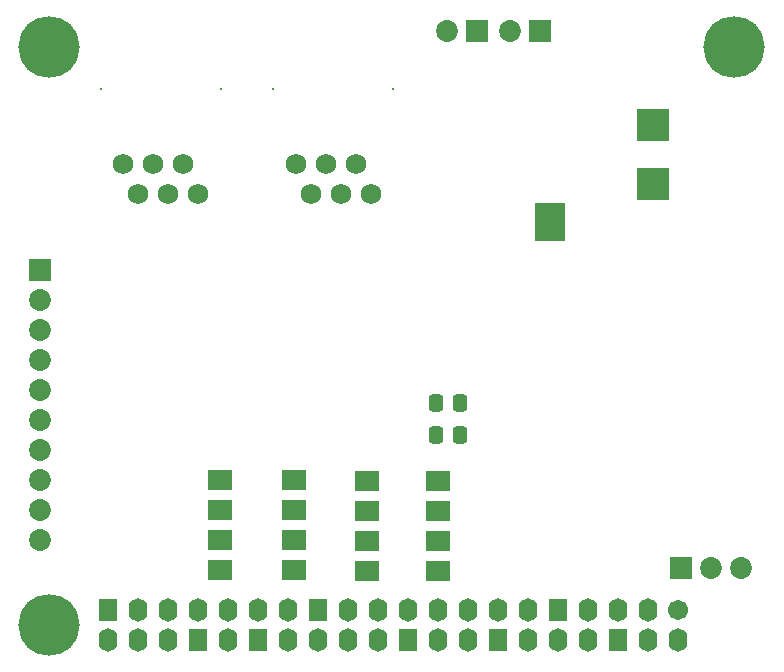
<source format=gbs>
G04*
G04 #@! TF.GenerationSoftware,Altium Limited,Altium Designer,21.8.1 (53)*
G04*
G04 Layer_Color=16711935*
%FSLAX25Y25*%
%MOIN*%
G70*
G04*
G04 #@! TF.SameCoordinates,4A88703C-FF3E-4B1E-BF10-83D339521CC7*
G04*
G04*
G04 #@! TF.FilePolarity,Negative*
G04*
G01*
G75*
G04:AMPARAMS|DCode=39|XSize=58mil|YSize=45.4mil|CornerRadius=9.61mil|HoleSize=0mil|Usage=FLASHONLY|Rotation=90.000|XOffset=0mil|YOffset=0mil|HoleType=Round|Shape=RoundedRectangle|*
%AMROUNDEDRECTD39*
21,1,0.05800,0.02618,0,0,90.0*
21,1,0.03878,0.04540,0,0,90.0*
1,1,0.01922,0.01309,0.01939*
1,1,0.01922,0.01309,-0.01939*
1,1,0.01922,-0.01309,-0.01939*
1,1,0.01922,-0.01309,0.01939*
%
%ADD39ROUNDEDRECTD39*%
%ADD52C,0.07300*%
%ADD53R,0.07300X0.07300*%
%ADD54R,0.10800X0.10800*%
%ADD55R,0.07887X0.06706*%
%ADD56R,0.10249X0.13005*%
%ADD57C,0.20485*%
%ADD58R,0.07300X0.07300*%
%ADD59O,0.06300X0.07800*%
%ADD60R,0.06300X0.07800*%
%ADD61C,0.06706*%
%ADD62C,0.00800*%
%ADD63C,0.06800*%
%ADD64C,0.05800*%
D39*
X251874Y178500D02*
D03*
X244000D02*
D03*
X251768Y189000D02*
D03*
X243894D02*
D03*
D52*
X268622Y312992D02*
D03*
X335400Y134000D02*
D03*
X345400D02*
D03*
X111900Y143400D02*
D03*
Y153400D02*
D03*
Y203400D02*
D03*
Y213400D02*
D03*
Y193400D02*
D03*
Y183400D02*
D03*
Y223400D02*
D03*
Y173400D02*
D03*
Y163400D02*
D03*
X247400Y313000D02*
D03*
D53*
X278622Y312992D02*
D03*
X325400Y134000D02*
D03*
X257400Y313000D02*
D03*
D54*
X316200Y281843D02*
D03*
Y262043D02*
D03*
D55*
X244500Y163000D02*
D03*
Y153000D02*
D03*
Y143000D02*
D03*
Y133000D02*
D03*
X221000Y163000D02*
D03*
Y153000D02*
D03*
Y143000D02*
D03*
Y133000D02*
D03*
X171800Y163300D02*
D03*
Y153300D02*
D03*
Y143300D02*
D03*
Y133300D02*
D03*
X196400Y163300D02*
D03*
Y153300D02*
D03*
Y143300D02*
D03*
Y133300D02*
D03*
D56*
X282000Y249500D02*
D03*
D57*
X115000Y115000D02*
D03*
X343347Y307913D02*
D03*
X115000D02*
D03*
D58*
X111900Y233400D02*
D03*
D59*
X324400Y110200D02*
D03*
X314400D02*
D03*
X294400D02*
D03*
X284400D02*
D03*
X274400D02*
D03*
X254400D02*
D03*
X244400D02*
D03*
X224400D02*
D03*
X214400D02*
D03*
X204400D02*
D03*
X194400D02*
D03*
X174400D02*
D03*
X144400D02*
D03*
X134400D02*
D03*
X154400D02*
D03*
Y120200D02*
D03*
X164400D02*
D03*
X144400D02*
D03*
X174400D02*
D03*
X184400D02*
D03*
X194400D02*
D03*
X214400D02*
D03*
X224400D02*
D03*
X234400D02*
D03*
X244400D02*
D03*
X254400D02*
D03*
X264400D02*
D03*
X274400D02*
D03*
X294400D02*
D03*
X304400D02*
D03*
X314400D02*
D03*
D60*
X304400Y110200D02*
D03*
X264400D02*
D03*
X234400D02*
D03*
X184400D02*
D03*
X164400D02*
D03*
X134400Y120200D02*
D03*
X204400D02*
D03*
X284400D02*
D03*
D61*
X324400D02*
D03*
D62*
X132083Y293693D02*
D03*
X172083D02*
D03*
X189683D02*
D03*
X229683D02*
D03*
D63*
X139603Y268693D02*
D03*
X144603Y258693D02*
D03*
X149603Y268693D02*
D03*
X154603Y258693D02*
D03*
X159603Y268693D02*
D03*
X164603Y258693D02*
D03*
X197203Y268693D02*
D03*
X202203Y258693D02*
D03*
X207203Y268693D02*
D03*
X212203Y258693D02*
D03*
X217203Y268693D02*
D03*
X222203Y258693D02*
D03*
D64*
X282000Y247000D02*
D03*
Y252000D02*
D03*
M02*

</source>
